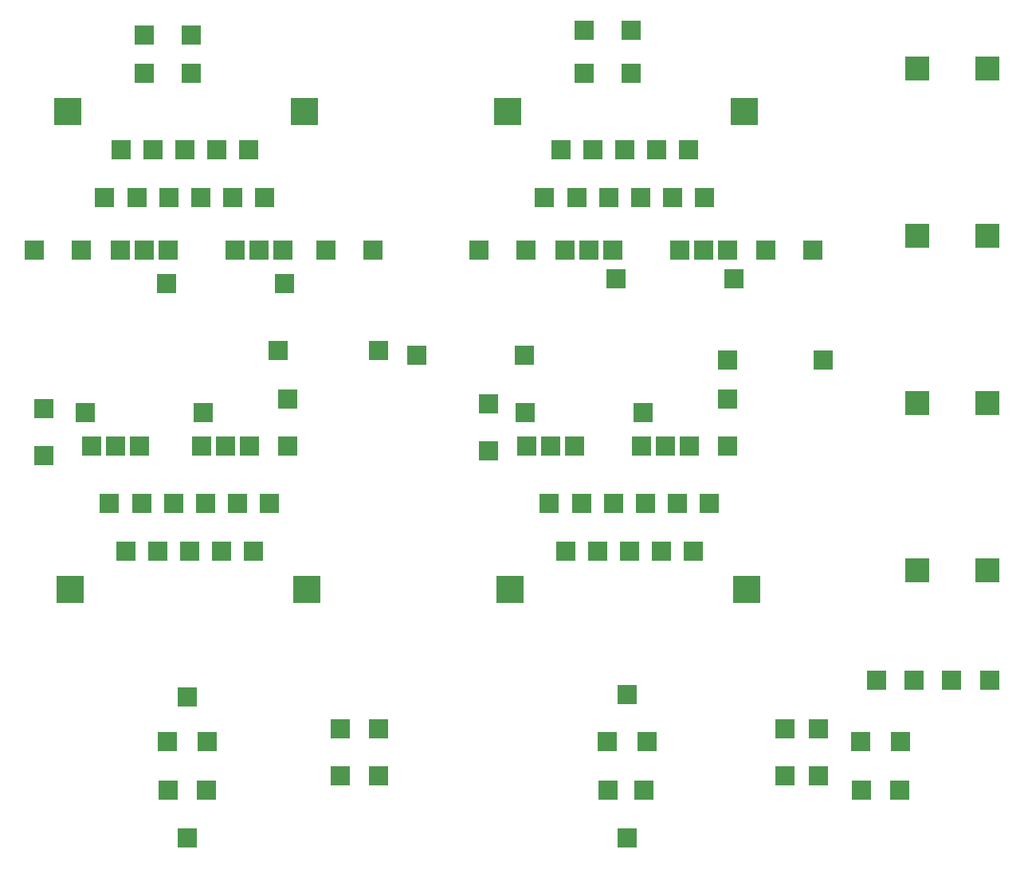
<source format=gbr>
G04 Generated by Ultiboard 13.0 *
%FSLAX34Y34*%
%MOMM*%

%ADD10C,0.0001*%
%ADD11R,2.1000X2.1000*%
%ADD12R,2.5400X2.5400*%
%ADD13R,2.1500X2.1500*%
%ADD14R,2.1590X2.1590*%
%ADD15R,2.8556X2.8556*%


G04 ColorRGB 00FF00 for the following layer *
%LNCopper Top*%
%LPD*%
G54D10*
G54D11*
X1076000Y203200D03*
X1036000Y203200D03*
X996000Y203200D03*
X956000Y203200D03*
G54D12*
X1073785Y320040D03*
X998855Y320040D03*
X1073785Y497840D03*
X998855Y497840D03*
X1073785Y675640D03*
X998855Y675640D03*
X1073785Y853440D03*
X998855Y853440D03*
G54D13*
X326660Y624840D03*
X201660Y624840D03*
X679180Y629920D03*
X804180Y629920D03*
X115300Y487680D03*
X240300Y487680D03*
X707660Y487680D03*
X582660Y487680D03*
G54D14*
X61360Y660400D03*
X111360Y660400D03*
X203200Y660400D03*
X177800Y660400D03*
X152400Y660400D03*
X274320Y660400D03*
X299720Y660400D03*
X325120Y660400D03*
X421240Y660400D03*
X371240Y660400D03*
X533800Y660400D03*
X583800Y660400D03*
X624840Y660400D03*
X675640Y660400D03*
X650240Y660400D03*
X772160Y660400D03*
X797560Y660400D03*
X746760Y660400D03*
X888600Y660400D03*
X838600Y660400D03*
X71120Y442360D03*
X71120Y492360D03*
X172720Y452120D03*
X147320Y452120D03*
X121920Y452120D03*
X289560Y452120D03*
X264160Y452120D03*
X238760Y452120D03*
X330200Y502520D03*
X330200Y452520D03*
X543560Y497440D03*
X543560Y447440D03*
X609600Y452120D03*
X584200Y452120D03*
X635000Y452120D03*
X706120Y452120D03*
X731520Y452120D03*
X756920Y452120D03*
X797560Y452520D03*
X797560Y502520D03*
X690880Y35560D03*
X690880Y187960D03*
X223520Y35560D03*
X223520Y185420D03*
X467360Y548640D03*
X581660Y548640D03*
X426720Y553720D03*
X320040Y553720D03*
X228200Y848360D03*
X178200Y848360D03*
X228200Y889000D03*
X178200Y889000D03*
X695560Y894080D03*
X645560Y894080D03*
X695560Y848360D03*
X645560Y848360D03*
X386080Y102000D03*
X386080Y152000D03*
X426720Y102000D03*
X426720Y152000D03*
X858520Y102000D03*
X858520Y152000D03*
X894080Y102000D03*
X894080Y152000D03*
X899160Y543560D03*
X797560Y543560D03*
X669880Y137840D03*
X711880Y137840D03*
X708660Y86360D03*
X670560Y86360D03*
X981120Y137840D03*
X939120Y137840D03*
X939800Y86360D03*
X980440Y86360D03*
X202520Y137840D03*
X244520Y137840D03*
X203200Y86360D03*
X243840Y86360D03*
X778420Y391160D03*
X744420Y391160D03*
X710420Y391160D03*
X676420Y391160D03*
X642420Y391160D03*
X608420Y391160D03*
X761420Y340360D03*
X727420Y340360D03*
X693420Y340360D03*
X659420Y340360D03*
X625420Y340360D03*
X311060Y391160D03*
X277060Y391160D03*
X209060Y391160D03*
X175060Y391160D03*
X141060Y391160D03*
X294060Y340360D03*
X260060Y340360D03*
X226060Y340360D03*
X192060Y340360D03*
X158060Y340360D03*
X243060Y391160D03*
X603340Y716280D03*
X637340Y716280D03*
X671340Y716280D03*
X705340Y716280D03*
X739340Y716280D03*
X773340Y716280D03*
X620340Y767080D03*
X654340Y767080D03*
X688340Y767080D03*
X722340Y767080D03*
X756340Y767080D03*
X135980Y716280D03*
X169980Y716280D03*
X203980Y716280D03*
X237980Y716280D03*
X271980Y716280D03*
X305980Y716280D03*
X152980Y767080D03*
X186980Y767080D03*
X220980Y767080D03*
X254980Y767080D03*
X288980Y767080D03*
G54D15*
X566420Y299720D03*
X817880Y299720D03*
X99060Y299720D03*
X350520Y299720D03*
X563880Y807720D03*
X815340Y807720D03*
X96520Y807720D03*
X347980Y807720D03*

M02*

</source>
